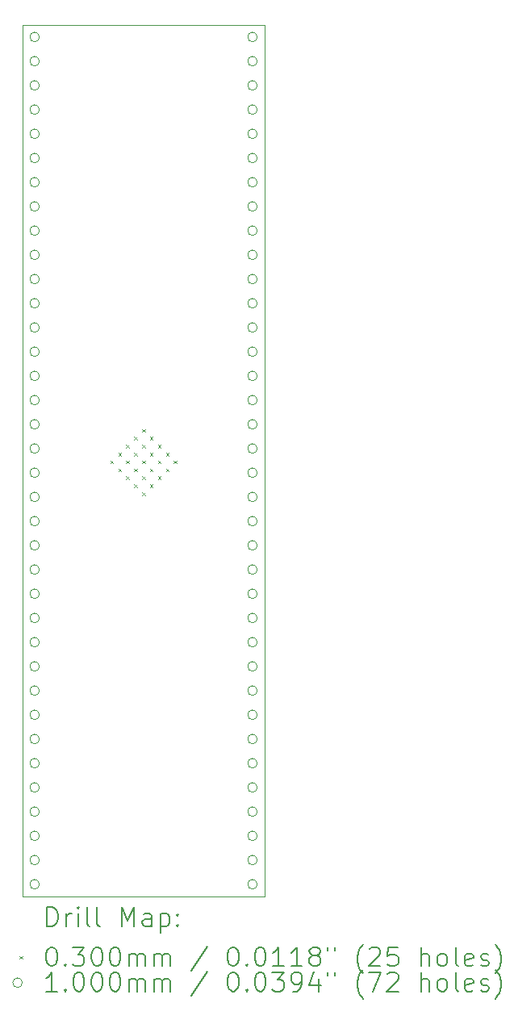
<source format=gbr>
%TF.GenerationSoftware,KiCad,Pcbnew,9.0.6*%
%TF.CreationDate,2025-12-31T13:08:03-06:00*%
%TF.ProjectId,QFN-68_8x8,51464e2d-3638-45f3-9878-382e6b696361,rev?*%
%TF.SameCoordinates,Original*%
%TF.FileFunction,Drillmap*%
%TF.FilePolarity,Positive*%
%FSLAX45Y45*%
G04 Gerber Fmt 4.5, Leading zero omitted, Abs format (unit mm)*
G04 Created by KiCad (PCBNEW 9.0.6) date 2025-12-31 13:08:03*
%MOMM*%
%LPD*%
G01*
G04 APERTURE LIST*
%ADD10C,0.050000*%
%ADD11C,0.200000*%
%ADD12C,0.100000*%
G04 APERTURE END LIST*
D10*
X12573000Y-7493000D02*
X15113000Y-7493000D01*
X15113000Y-16637000D01*
X12573000Y-16637000D01*
X12573000Y-7493000D01*
D11*
D12*
X13495660Y-12065468D02*
X13525660Y-12095468D01*
X13525660Y-12065468D02*
X13495660Y-12095468D01*
X13578745Y-11982383D02*
X13608745Y-12012383D01*
X13608745Y-11982383D02*
X13578745Y-12012383D01*
X13578745Y-12148553D02*
X13608745Y-12178553D01*
X13608745Y-12148553D02*
X13578745Y-12178553D01*
X13661830Y-11899298D02*
X13691830Y-11929298D01*
X13691830Y-11899298D02*
X13661830Y-11929298D01*
X13661830Y-12065468D02*
X13691830Y-12095468D01*
X13691830Y-12065468D02*
X13661830Y-12095468D01*
X13661830Y-12231638D02*
X13691830Y-12261638D01*
X13691830Y-12231638D02*
X13661830Y-12261638D01*
X13744915Y-11816213D02*
X13774915Y-11846213D01*
X13774915Y-11816213D02*
X13744915Y-11846213D01*
X13744915Y-11982383D02*
X13774915Y-12012383D01*
X13774915Y-11982383D02*
X13744915Y-12012383D01*
X13744915Y-12148553D02*
X13774915Y-12178553D01*
X13774915Y-12148553D02*
X13744915Y-12178553D01*
X13744915Y-12314723D02*
X13774915Y-12344723D01*
X13774915Y-12314723D02*
X13744915Y-12344723D01*
X13828000Y-11733128D02*
X13858000Y-11763128D01*
X13858000Y-11733128D02*
X13828000Y-11763128D01*
X13828000Y-11899298D02*
X13858000Y-11929298D01*
X13858000Y-11899298D02*
X13828000Y-11929298D01*
X13828000Y-12065468D02*
X13858000Y-12095468D01*
X13858000Y-12065468D02*
X13828000Y-12095468D01*
X13828000Y-12231638D02*
X13858000Y-12261638D01*
X13858000Y-12231638D02*
X13828000Y-12261638D01*
X13828000Y-12397808D02*
X13858000Y-12427808D01*
X13858000Y-12397808D02*
X13828000Y-12427808D01*
X13911085Y-11816213D02*
X13941085Y-11846213D01*
X13941085Y-11816213D02*
X13911085Y-11846213D01*
X13911085Y-11982383D02*
X13941085Y-12012383D01*
X13941085Y-11982383D02*
X13911085Y-12012383D01*
X13911085Y-12148553D02*
X13941085Y-12178553D01*
X13941085Y-12148553D02*
X13911085Y-12178553D01*
X13911085Y-12314723D02*
X13941085Y-12344723D01*
X13941085Y-12314723D02*
X13911085Y-12344723D01*
X13994170Y-11899298D02*
X14024170Y-11929298D01*
X14024170Y-11899298D02*
X13994170Y-11929298D01*
X13994170Y-12065468D02*
X14024170Y-12095468D01*
X14024170Y-12065468D02*
X13994170Y-12095468D01*
X13994170Y-12231638D02*
X14024170Y-12261638D01*
X14024170Y-12231638D02*
X13994170Y-12261638D01*
X14077255Y-11982383D02*
X14107255Y-12012383D01*
X14107255Y-11982383D02*
X14077255Y-12012383D01*
X14077255Y-12148553D02*
X14107255Y-12178553D01*
X14107255Y-12148553D02*
X14077255Y-12178553D01*
X14160340Y-12065468D02*
X14190340Y-12095468D01*
X14190340Y-12065468D02*
X14160340Y-12095468D01*
X12750000Y-7620000D02*
G75*
G02*
X12650000Y-7620000I-50000J0D01*
G01*
X12650000Y-7620000D02*
G75*
G02*
X12750000Y-7620000I50000J0D01*
G01*
X12750000Y-7874000D02*
G75*
G02*
X12650000Y-7874000I-50000J0D01*
G01*
X12650000Y-7874000D02*
G75*
G02*
X12750000Y-7874000I50000J0D01*
G01*
X12750000Y-8128000D02*
G75*
G02*
X12650000Y-8128000I-50000J0D01*
G01*
X12650000Y-8128000D02*
G75*
G02*
X12750000Y-8128000I50000J0D01*
G01*
X12750000Y-8382000D02*
G75*
G02*
X12650000Y-8382000I-50000J0D01*
G01*
X12650000Y-8382000D02*
G75*
G02*
X12750000Y-8382000I50000J0D01*
G01*
X12750000Y-8636000D02*
G75*
G02*
X12650000Y-8636000I-50000J0D01*
G01*
X12650000Y-8636000D02*
G75*
G02*
X12750000Y-8636000I50000J0D01*
G01*
X12750000Y-8890000D02*
G75*
G02*
X12650000Y-8890000I-50000J0D01*
G01*
X12650000Y-8890000D02*
G75*
G02*
X12750000Y-8890000I50000J0D01*
G01*
X12750000Y-9144000D02*
G75*
G02*
X12650000Y-9144000I-50000J0D01*
G01*
X12650000Y-9144000D02*
G75*
G02*
X12750000Y-9144000I50000J0D01*
G01*
X12750000Y-9398000D02*
G75*
G02*
X12650000Y-9398000I-50000J0D01*
G01*
X12650000Y-9398000D02*
G75*
G02*
X12750000Y-9398000I50000J0D01*
G01*
X12750000Y-9652000D02*
G75*
G02*
X12650000Y-9652000I-50000J0D01*
G01*
X12650000Y-9652000D02*
G75*
G02*
X12750000Y-9652000I50000J0D01*
G01*
X12750000Y-9906000D02*
G75*
G02*
X12650000Y-9906000I-50000J0D01*
G01*
X12650000Y-9906000D02*
G75*
G02*
X12750000Y-9906000I50000J0D01*
G01*
X12750000Y-10160000D02*
G75*
G02*
X12650000Y-10160000I-50000J0D01*
G01*
X12650000Y-10160000D02*
G75*
G02*
X12750000Y-10160000I50000J0D01*
G01*
X12750000Y-10414000D02*
G75*
G02*
X12650000Y-10414000I-50000J0D01*
G01*
X12650000Y-10414000D02*
G75*
G02*
X12750000Y-10414000I50000J0D01*
G01*
X12750000Y-10668000D02*
G75*
G02*
X12650000Y-10668000I-50000J0D01*
G01*
X12650000Y-10668000D02*
G75*
G02*
X12750000Y-10668000I50000J0D01*
G01*
X12750000Y-10922000D02*
G75*
G02*
X12650000Y-10922000I-50000J0D01*
G01*
X12650000Y-10922000D02*
G75*
G02*
X12750000Y-10922000I50000J0D01*
G01*
X12750000Y-11176000D02*
G75*
G02*
X12650000Y-11176000I-50000J0D01*
G01*
X12650000Y-11176000D02*
G75*
G02*
X12750000Y-11176000I50000J0D01*
G01*
X12750000Y-11430000D02*
G75*
G02*
X12650000Y-11430000I-50000J0D01*
G01*
X12650000Y-11430000D02*
G75*
G02*
X12750000Y-11430000I50000J0D01*
G01*
X12750000Y-11684000D02*
G75*
G02*
X12650000Y-11684000I-50000J0D01*
G01*
X12650000Y-11684000D02*
G75*
G02*
X12750000Y-11684000I50000J0D01*
G01*
X12750000Y-11938000D02*
G75*
G02*
X12650000Y-11938000I-50000J0D01*
G01*
X12650000Y-11938000D02*
G75*
G02*
X12750000Y-11938000I50000J0D01*
G01*
X12750000Y-12192000D02*
G75*
G02*
X12650000Y-12192000I-50000J0D01*
G01*
X12650000Y-12192000D02*
G75*
G02*
X12750000Y-12192000I50000J0D01*
G01*
X12750000Y-12446000D02*
G75*
G02*
X12650000Y-12446000I-50000J0D01*
G01*
X12650000Y-12446000D02*
G75*
G02*
X12750000Y-12446000I50000J0D01*
G01*
X12750000Y-12700000D02*
G75*
G02*
X12650000Y-12700000I-50000J0D01*
G01*
X12650000Y-12700000D02*
G75*
G02*
X12750000Y-12700000I50000J0D01*
G01*
X12750000Y-12954000D02*
G75*
G02*
X12650000Y-12954000I-50000J0D01*
G01*
X12650000Y-12954000D02*
G75*
G02*
X12750000Y-12954000I50000J0D01*
G01*
X12750000Y-13208000D02*
G75*
G02*
X12650000Y-13208000I-50000J0D01*
G01*
X12650000Y-13208000D02*
G75*
G02*
X12750000Y-13208000I50000J0D01*
G01*
X12750000Y-13462000D02*
G75*
G02*
X12650000Y-13462000I-50000J0D01*
G01*
X12650000Y-13462000D02*
G75*
G02*
X12750000Y-13462000I50000J0D01*
G01*
X12750000Y-13716000D02*
G75*
G02*
X12650000Y-13716000I-50000J0D01*
G01*
X12650000Y-13716000D02*
G75*
G02*
X12750000Y-13716000I50000J0D01*
G01*
X12750000Y-13970000D02*
G75*
G02*
X12650000Y-13970000I-50000J0D01*
G01*
X12650000Y-13970000D02*
G75*
G02*
X12750000Y-13970000I50000J0D01*
G01*
X12750000Y-14224000D02*
G75*
G02*
X12650000Y-14224000I-50000J0D01*
G01*
X12650000Y-14224000D02*
G75*
G02*
X12750000Y-14224000I50000J0D01*
G01*
X12750000Y-14478000D02*
G75*
G02*
X12650000Y-14478000I-50000J0D01*
G01*
X12650000Y-14478000D02*
G75*
G02*
X12750000Y-14478000I50000J0D01*
G01*
X12750000Y-14732000D02*
G75*
G02*
X12650000Y-14732000I-50000J0D01*
G01*
X12650000Y-14732000D02*
G75*
G02*
X12750000Y-14732000I50000J0D01*
G01*
X12750000Y-14986000D02*
G75*
G02*
X12650000Y-14986000I-50000J0D01*
G01*
X12650000Y-14986000D02*
G75*
G02*
X12750000Y-14986000I50000J0D01*
G01*
X12750000Y-15240000D02*
G75*
G02*
X12650000Y-15240000I-50000J0D01*
G01*
X12650000Y-15240000D02*
G75*
G02*
X12750000Y-15240000I50000J0D01*
G01*
X12750000Y-15494000D02*
G75*
G02*
X12650000Y-15494000I-50000J0D01*
G01*
X12650000Y-15494000D02*
G75*
G02*
X12750000Y-15494000I50000J0D01*
G01*
X12750000Y-15748000D02*
G75*
G02*
X12650000Y-15748000I-50000J0D01*
G01*
X12650000Y-15748000D02*
G75*
G02*
X12750000Y-15748000I50000J0D01*
G01*
X12750000Y-16002000D02*
G75*
G02*
X12650000Y-16002000I-50000J0D01*
G01*
X12650000Y-16002000D02*
G75*
G02*
X12750000Y-16002000I50000J0D01*
G01*
X12750000Y-16256000D02*
G75*
G02*
X12650000Y-16256000I-50000J0D01*
G01*
X12650000Y-16256000D02*
G75*
G02*
X12750000Y-16256000I50000J0D01*
G01*
X12750000Y-16510000D02*
G75*
G02*
X12650000Y-16510000I-50000J0D01*
G01*
X12650000Y-16510000D02*
G75*
G02*
X12750000Y-16510000I50000J0D01*
G01*
X15036000Y-7620000D02*
G75*
G02*
X14936000Y-7620000I-50000J0D01*
G01*
X14936000Y-7620000D02*
G75*
G02*
X15036000Y-7620000I50000J0D01*
G01*
X15036000Y-7874000D02*
G75*
G02*
X14936000Y-7874000I-50000J0D01*
G01*
X14936000Y-7874000D02*
G75*
G02*
X15036000Y-7874000I50000J0D01*
G01*
X15036000Y-8128000D02*
G75*
G02*
X14936000Y-8128000I-50000J0D01*
G01*
X14936000Y-8128000D02*
G75*
G02*
X15036000Y-8128000I50000J0D01*
G01*
X15036000Y-8382000D02*
G75*
G02*
X14936000Y-8382000I-50000J0D01*
G01*
X14936000Y-8382000D02*
G75*
G02*
X15036000Y-8382000I50000J0D01*
G01*
X15036000Y-8636000D02*
G75*
G02*
X14936000Y-8636000I-50000J0D01*
G01*
X14936000Y-8636000D02*
G75*
G02*
X15036000Y-8636000I50000J0D01*
G01*
X15036000Y-8890000D02*
G75*
G02*
X14936000Y-8890000I-50000J0D01*
G01*
X14936000Y-8890000D02*
G75*
G02*
X15036000Y-8890000I50000J0D01*
G01*
X15036000Y-9144000D02*
G75*
G02*
X14936000Y-9144000I-50000J0D01*
G01*
X14936000Y-9144000D02*
G75*
G02*
X15036000Y-9144000I50000J0D01*
G01*
X15036000Y-9398000D02*
G75*
G02*
X14936000Y-9398000I-50000J0D01*
G01*
X14936000Y-9398000D02*
G75*
G02*
X15036000Y-9398000I50000J0D01*
G01*
X15036000Y-9652000D02*
G75*
G02*
X14936000Y-9652000I-50000J0D01*
G01*
X14936000Y-9652000D02*
G75*
G02*
X15036000Y-9652000I50000J0D01*
G01*
X15036000Y-9906000D02*
G75*
G02*
X14936000Y-9906000I-50000J0D01*
G01*
X14936000Y-9906000D02*
G75*
G02*
X15036000Y-9906000I50000J0D01*
G01*
X15036000Y-10160000D02*
G75*
G02*
X14936000Y-10160000I-50000J0D01*
G01*
X14936000Y-10160000D02*
G75*
G02*
X15036000Y-10160000I50000J0D01*
G01*
X15036000Y-10414000D02*
G75*
G02*
X14936000Y-10414000I-50000J0D01*
G01*
X14936000Y-10414000D02*
G75*
G02*
X15036000Y-10414000I50000J0D01*
G01*
X15036000Y-10668000D02*
G75*
G02*
X14936000Y-10668000I-50000J0D01*
G01*
X14936000Y-10668000D02*
G75*
G02*
X15036000Y-10668000I50000J0D01*
G01*
X15036000Y-10922000D02*
G75*
G02*
X14936000Y-10922000I-50000J0D01*
G01*
X14936000Y-10922000D02*
G75*
G02*
X15036000Y-10922000I50000J0D01*
G01*
X15036000Y-11176000D02*
G75*
G02*
X14936000Y-11176000I-50000J0D01*
G01*
X14936000Y-11176000D02*
G75*
G02*
X15036000Y-11176000I50000J0D01*
G01*
X15036000Y-11430000D02*
G75*
G02*
X14936000Y-11430000I-50000J0D01*
G01*
X14936000Y-11430000D02*
G75*
G02*
X15036000Y-11430000I50000J0D01*
G01*
X15036000Y-11684000D02*
G75*
G02*
X14936000Y-11684000I-50000J0D01*
G01*
X14936000Y-11684000D02*
G75*
G02*
X15036000Y-11684000I50000J0D01*
G01*
X15036000Y-11938000D02*
G75*
G02*
X14936000Y-11938000I-50000J0D01*
G01*
X14936000Y-11938000D02*
G75*
G02*
X15036000Y-11938000I50000J0D01*
G01*
X15036000Y-12192000D02*
G75*
G02*
X14936000Y-12192000I-50000J0D01*
G01*
X14936000Y-12192000D02*
G75*
G02*
X15036000Y-12192000I50000J0D01*
G01*
X15036000Y-12446000D02*
G75*
G02*
X14936000Y-12446000I-50000J0D01*
G01*
X14936000Y-12446000D02*
G75*
G02*
X15036000Y-12446000I50000J0D01*
G01*
X15036000Y-12700000D02*
G75*
G02*
X14936000Y-12700000I-50000J0D01*
G01*
X14936000Y-12700000D02*
G75*
G02*
X15036000Y-12700000I50000J0D01*
G01*
X15036000Y-12954000D02*
G75*
G02*
X14936000Y-12954000I-50000J0D01*
G01*
X14936000Y-12954000D02*
G75*
G02*
X15036000Y-12954000I50000J0D01*
G01*
X15036000Y-13208000D02*
G75*
G02*
X14936000Y-13208000I-50000J0D01*
G01*
X14936000Y-13208000D02*
G75*
G02*
X15036000Y-13208000I50000J0D01*
G01*
X15036000Y-13462000D02*
G75*
G02*
X14936000Y-13462000I-50000J0D01*
G01*
X14936000Y-13462000D02*
G75*
G02*
X15036000Y-13462000I50000J0D01*
G01*
X15036000Y-13716000D02*
G75*
G02*
X14936000Y-13716000I-50000J0D01*
G01*
X14936000Y-13716000D02*
G75*
G02*
X15036000Y-13716000I50000J0D01*
G01*
X15036000Y-13970000D02*
G75*
G02*
X14936000Y-13970000I-50000J0D01*
G01*
X14936000Y-13970000D02*
G75*
G02*
X15036000Y-13970000I50000J0D01*
G01*
X15036000Y-14224000D02*
G75*
G02*
X14936000Y-14224000I-50000J0D01*
G01*
X14936000Y-14224000D02*
G75*
G02*
X15036000Y-14224000I50000J0D01*
G01*
X15036000Y-14478000D02*
G75*
G02*
X14936000Y-14478000I-50000J0D01*
G01*
X14936000Y-14478000D02*
G75*
G02*
X15036000Y-14478000I50000J0D01*
G01*
X15036000Y-14732000D02*
G75*
G02*
X14936000Y-14732000I-50000J0D01*
G01*
X14936000Y-14732000D02*
G75*
G02*
X15036000Y-14732000I50000J0D01*
G01*
X15036000Y-14986000D02*
G75*
G02*
X14936000Y-14986000I-50000J0D01*
G01*
X14936000Y-14986000D02*
G75*
G02*
X15036000Y-14986000I50000J0D01*
G01*
X15036000Y-15240000D02*
G75*
G02*
X14936000Y-15240000I-50000J0D01*
G01*
X14936000Y-15240000D02*
G75*
G02*
X15036000Y-15240000I50000J0D01*
G01*
X15036000Y-15494000D02*
G75*
G02*
X14936000Y-15494000I-50000J0D01*
G01*
X14936000Y-15494000D02*
G75*
G02*
X15036000Y-15494000I50000J0D01*
G01*
X15036000Y-15748000D02*
G75*
G02*
X14936000Y-15748000I-50000J0D01*
G01*
X14936000Y-15748000D02*
G75*
G02*
X15036000Y-15748000I50000J0D01*
G01*
X15036000Y-16002000D02*
G75*
G02*
X14936000Y-16002000I-50000J0D01*
G01*
X14936000Y-16002000D02*
G75*
G02*
X15036000Y-16002000I50000J0D01*
G01*
X15036000Y-16256000D02*
G75*
G02*
X14936000Y-16256000I-50000J0D01*
G01*
X14936000Y-16256000D02*
G75*
G02*
X15036000Y-16256000I50000J0D01*
G01*
X15036000Y-16510000D02*
G75*
G02*
X14936000Y-16510000I-50000J0D01*
G01*
X14936000Y-16510000D02*
G75*
G02*
X15036000Y-16510000I50000J0D01*
G01*
D11*
X12831277Y-16950984D02*
X12831277Y-16750984D01*
X12831277Y-16750984D02*
X12878896Y-16750984D01*
X12878896Y-16750984D02*
X12907467Y-16760508D01*
X12907467Y-16760508D02*
X12926515Y-16779555D01*
X12926515Y-16779555D02*
X12936039Y-16798603D01*
X12936039Y-16798603D02*
X12945562Y-16836698D01*
X12945562Y-16836698D02*
X12945562Y-16865270D01*
X12945562Y-16865270D02*
X12936039Y-16903365D01*
X12936039Y-16903365D02*
X12926515Y-16922412D01*
X12926515Y-16922412D02*
X12907467Y-16941460D01*
X12907467Y-16941460D02*
X12878896Y-16950984D01*
X12878896Y-16950984D02*
X12831277Y-16950984D01*
X13031277Y-16950984D02*
X13031277Y-16817650D01*
X13031277Y-16855746D02*
X13040801Y-16836698D01*
X13040801Y-16836698D02*
X13050324Y-16827174D01*
X13050324Y-16827174D02*
X13069372Y-16817650D01*
X13069372Y-16817650D02*
X13088420Y-16817650D01*
X13155086Y-16950984D02*
X13155086Y-16817650D01*
X13155086Y-16750984D02*
X13145562Y-16760508D01*
X13145562Y-16760508D02*
X13155086Y-16770031D01*
X13155086Y-16770031D02*
X13164610Y-16760508D01*
X13164610Y-16760508D02*
X13155086Y-16750984D01*
X13155086Y-16750984D02*
X13155086Y-16770031D01*
X13278896Y-16950984D02*
X13259848Y-16941460D01*
X13259848Y-16941460D02*
X13250324Y-16922412D01*
X13250324Y-16922412D02*
X13250324Y-16750984D01*
X13383658Y-16950984D02*
X13364610Y-16941460D01*
X13364610Y-16941460D02*
X13355086Y-16922412D01*
X13355086Y-16922412D02*
X13355086Y-16750984D01*
X13612229Y-16950984D02*
X13612229Y-16750984D01*
X13612229Y-16750984D02*
X13678896Y-16893841D01*
X13678896Y-16893841D02*
X13745562Y-16750984D01*
X13745562Y-16750984D02*
X13745562Y-16950984D01*
X13926515Y-16950984D02*
X13926515Y-16846222D01*
X13926515Y-16846222D02*
X13916991Y-16827174D01*
X13916991Y-16827174D02*
X13897943Y-16817650D01*
X13897943Y-16817650D02*
X13859848Y-16817650D01*
X13859848Y-16817650D02*
X13840801Y-16827174D01*
X13926515Y-16941460D02*
X13907467Y-16950984D01*
X13907467Y-16950984D02*
X13859848Y-16950984D01*
X13859848Y-16950984D02*
X13840801Y-16941460D01*
X13840801Y-16941460D02*
X13831277Y-16922412D01*
X13831277Y-16922412D02*
X13831277Y-16903365D01*
X13831277Y-16903365D02*
X13840801Y-16884317D01*
X13840801Y-16884317D02*
X13859848Y-16874793D01*
X13859848Y-16874793D02*
X13907467Y-16874793D01*
X13907467Y-16874793D02*
X13926515Y-16865270D01*
X14021753Y-16817650D02*
X14021753Y-17017650D01*
X14021753Y-16827174D02*
X14040801Y-16817650D01*
X14040801Y-16817650D02*
X14078896Y-16817650D01*
X14078896Y-16817650D02*
X14097943Y-16827174D01*
X14097943Y-16827174D02*
X14107467Y-16836698D01*
X14107467Y-16836698D02*
X14116991Y-16855746D01*
X14116991Y-16855746D02*
X14116991Y-16912889D01*
X14116991Y-16912889D02*
X14107467Y-16931936D01*
X14107467Y-16931936D02*
X14097943Y-16941460D01*
X14097943Y-16941460D02*
X14078896Y-16950984D01*
X14078896Y-16950984D02*
X14040801Y-16950984D01*
X14040801Y-16950984D02*
X14021753Y-16941460D01*
X14202705Y-16931936D02*
X14212229Y-16941460D01*
X14212229Y-16941460D02*
X14202705Y-16950984D01*
X14202705Y-16950984D02*
X14193182Y-16941460D01*
X14193182Y-16941460D02*
X14202705Y-16931936D01*
X14202705Y-16931936D02*
X14202705Y-16950984D01*
X14202705Y-16827174D02*
X14212229Y-16836698D01*
X14212229Y-16836698D02*
X14202705Y-16846222D01*
X14202705Y-16846222D02*
X14193182Y-16836698D01*
X14193182Y-16836698D02*
X14202705Y-16827174D01*
X14202705Y-16827174D02*
X14202705Y-16846222D01*
D12*
X12540500Y-17264500D02*
X12570500Y-17294500D01*
X12570500Y-17264500D02*
X12540500Y-17294500D01*
D11*
X12869372Y-17170984D02*
X12888420Y-17170984D01*
X12888420Y-17170984D02*
X12907467Y-17180508D01*
X12907467Y-17180508D02*
X12916991Y-17190031D01*
X12916991Y-17190031D02*
X12926515Y-17209079D01*
X12926515Y-17209079D02*
X12936039Y-17247174D01*
X12936039Y-17247174D02*
X12936039Y-17294793D01*
X12936039Y-17294793D02*
X12926515Y-17332889D01*
X12926515Y-17332889D02*
X12916991Y-17351936D01*
X12916991Y-17351936D02*
X12907467Y-17361460D01*
X12907467Y-17361460D02*
X12888420Y-17370984D01*
X12888420Y-17370984D02*
X12869372Y-17370984D01*
X12869372Y-17370984D02*
X12850324Y-17361460D01*
X12850324Y-17361460D02*
X12840801Y-17351936D01*
X12840801Y-17351936D02*
X12831277Y-17332889D01*
X12831277Y-17332889D02*
X12821753Y-17294793D01*
X12821753Y-17294793D02*
X12821753Y-17247174D01*
X12821753Y-17247174D02*
X12831277Y-17209079D01*
X12831277Y-17209079D02*
X12840801Y-17190031D01*
X12840801Y-17190031D02*
X12850324Y-17180508D01*
X12850324Y-17180508D02*
X12869372Y-17170984D01*
X13021753Y-17351936D02*
X13031277Y-17361460D01*
X13031277Y-17361460D02*
X13021753Y-17370984D01*
X13021753Y-17370984D02*
X13012229Y-17361460D01*
X13012229Y-17361460D02*
X13021753Y-17351936D01*
X13021753Y-17351936D02*
X13021753Y-17370984D01*
X13097943Y-17170984D02*
X13221753Y-17170984D01*
X13221753Y-17170984D02*
X13155086Y-17247174D01*
X13155086Y-17247174D02*
X13183658Y-17247174D01*
X13183658Y-17247174D02*
X13202705Y-17256698D01*
X13202705Y-17256698D02*
X13212229Y-17266222D01*
X13212229Y-17266222D02*
X13221753Y-17285270D01*
X13221753Y-17285270D02*
X13221753Y-17332889D01*
X13221753Y-17332889D02*
X13212229Y-17351936D01*
X13212229Y-17351936D02*
X13202705Y-17361460D01*
X13202705Y-17361460D02*
X13183658Y-17370984D01*
X13183658Y-17370984D02*
X13126515Y-17370984D01*
X13126515Y-17370984D02*
X13107467Y-17361460D01*
X13107467Y-17361460D02*
X13097943Y-17351936D01*
X13345562Y-17170984D02*
X13364610Y-17170984D01*
X13364610Y-17170984D02*
X13383658Y-17180508D01*
X13383658Y-17180508D02*
X13393182Y-17190031D01*
X13393182Y-17190031D02*
X13402705Y-17209079D01*
X13402705Y-17209079D02*
X13412229Y-17247174D01*
X13412229Y-17247174D02*
X13412229Y-17294793D01*
X13412229Y-17294793D02*
X13402705Y-17332889D01*
X13402705Y-17332889D02*
X13393182Y-17351936D01*
X13393182Y-17351936D02*
X13383658Y-17361460D01*
X13383658Y-17361460D02*
X13364610Y-17370984D01*
X13364610Y-17370984D02*
X13345562Y-17370984D01*
X13345562Y-17370984D02*
X13326515Y-17361460D01*
X13326515Y-17361460D02*
X13316991Y-17351936D01*
X13316991Y-17351936D02*
X13307467Y-17332889D01*
X13307467Y-17332889D02*
X13297943Y-17294793D01*
X13297943Y-17294793D02*
X13297943Y-17247174D01*
X13297943Y-17247174D02*
X13307467Y-17209079D01*
X13307467Y-17209079D02*
X13316991Y-17190031D01*
X13316991Y-17190031D02*
X13326515Y-17180508D01*
X13326515Y-17180508D02*
X13345562Y-17170984D01*
X13536039Y-17170984D02*
X13555086Y-17170984D01*
X13555086Y-17170984D02*
X13574134Y-17180508D01*
X13574134Y-17180508D02*
X13583658Y-17190031D01*
X13583658Y-17190031D02*
X13593182Y-17209079D01*
X13593182Y-17209079D02*
X13602705Y-17247174D01*
X13602705Y-17247174D02*
X13602705Y-17294793D01*
X13602705Y-17294793D02*
X13593182Y-17332889D01*
X13593182Y-17332889D02*
X13583658Y-17351936D01*
X13583658Y-17351936D02*
X13574134Y-17361460D01*
X13574134Y-17361460D02*
X13555086Y-17370984D01*
X13555086Y-17370984D02*
X13536039Y-17370984D01*
X13536039Y-17370984D02*
X13516991Y-17361460D01*
X13516991Y-17361460D02*
X13507467Y-17351936D01*
X13507467Y-17351936D02*
X13497943Y-17332889D01*
X13497943Y-17332889D02*
X13488420Y-17294793D01*
X13488420Y-17294793D02*
X13488420Y-17247174D01*
X13488420Y-17247174D02*
X13497943Y-17209079D01*
X13497943Y-17209079D02*
X13507467Y-17190031D01*
X13507467Y-17190031D02*
X13516991Y-17180508D01*
X13516991Y-17180508D02*
X13536039Y-17170984D01*
X13688420Y-17370984D02*
X13688420Y-17237650D01*
X13688420Y-17256698D02*
X13697943Y-17247174D01*
X13697943Y-17247174D02*
X13716991Y-17237650D01*
X13716991Y-17237650D02*
X13745563Y-17237650D01*
X13745563Y-17237650D02*
X13764610Y-17247174D01*
X13764610Y-17247174D02*
X13774134Y-17266222D01*
X13774134Y-17266222D02*
X13774134Y-17370984D01*
X13774134Y-17266222D02*
X13783658Y-17247174D01*
X13783658Y-17247174D02*
X13802705Y-17237650D01*
X13802705Y-17237650D02*
X13831277Y-17237650D01*
X13831277Y-17237650D02*
X13850324Y-17247174D01*
X13850324Y-17247174D02*
X13859848Y-17266222D01*
X13859848Y-17266222D02*
X13859848Y-17370984D01*
X13955086Y-17370984D02*
X13955086Y-17237650D01*
X13955086Y-17256698D02*
X13964610Y-17247174D01*
X13964610Y-17247174D02*
X13983658Y-17237650D01*
X13983658Y-17237650D02*
X14012229Y-17237650D01*
X14012229Y-17237650D02*
X14031277Y-17247174D01*
X14031277Y-17247174D02*
X14040801Y-17266222D01*
X14040801Y-17266222D02*
X14040801Y-17370984D01*
X14040801Y-17266222D02*
X14050324Y-17247174D01*
X14050324Y-17247174D02*
X14069372Y-17237650D01*
X14069372Y-17237650D02*
X14097943Y-17237650D01*
X14097943Y-17237650D02*
X14116991Y-17247174D01*
X14116991Y-17247174D02*
X14126515Y-17266222D01*
X14126515Y-17266222D02*
X14126515Y-17370984D01*
X14516991Y-17161460D02*
X14345563Y-17418603D01*
X14774134Y-17170984D02*
X14793182Y-17170984D01*
X14793182Y-17170984D02*
X14812229Y-17180508D01*
X14812229Y-17180508D02*
X14821753Y-17190031D01*
X14821753Y-17190031D02*
X14831277Y-17209079D01*
X14831277Y-17209079D02*
X14840801Y-17247174D01*
X14840801Y-17247174D02*
X14840801Y-17294793D01*
X14840801Y-17294793D02*
X14831277Y-17332889D01*
X14831277Y-17332889D02*
X14821753Y-17351936D01*
X14821753Y-17351936D02*
X14812229Y-17361460D01*
X14812229Y-17361460D02*
X14793182Y-17370984D01*
X14793182Y-17370984D02*
X14774134Y-17370984D01*
X14774134Y-17370984D02*
X14755086Y-17361460D01*
X14755086Y-17361460D02*
X14745563Y-17351936D01*
X14745563Y-17351936D02*
X14736039Y-17332889D01*
X14736039Y-17332889D02*
X14726515Y-17294793D01*
X14726515Y-17294793D02*
X14726515Y-17247174D01*
X14726515Y-17247174D02*
X14736039Y-17209079D01*
X14736039Y-17209079D02*
X14745563Y-17190031D01*
X14745563Y-17190031D02*
X14755086Y-17180508D01*
X14755086Y-17180508D02*
X14774134Y-17170984D01*
X14926515Y-17351936D02*
X14936039Y-17361460D01*
X14936039Y-17361460D02*
X14926515Y-17370984D01*
X14926515Y-17370984D02*
X14916991Y-17361460D01*
X14916991Y-17361460D02*
X14926515Y-17351936D01*
X14926515Y-17351936D02*
X14926515Y-17370984D01*
X15059848Y-17170984D02*
X15078896Y-17170984D01*
X15078896Y-17170984D02*
X15097944Y-17180508D01*
X15097944Y-17180508D02*
X15107467Y-17190031D01*
X15107467Y-17190031D02*
X15116991Y-17209079D01*
X15116991Y-17209079D02*
X15126515Y-17247174D01*
X15126515Y-17247174D02*
X15126515Y-17294793D01*
X15126515Y-17294793D02*
X15116991Y-17332889D01*
X15116991Y-17332889D02*
X15107467Y-17351936D01*
X15107467Y-17351936D02*
X15097944Y-17361460D01*
X15097944Y-17361460D02*
X15078896Y-17370984D01*
X15078896Y-17370984D02*
X15059848Y-17370984D01*
X15059848Y-17370984D02*
X15040801Y-17361460D01*
X15040801Y-17361460D02*
X15031277Y-17351936D01*
X15031277Y-17351936D02*
X15021753Y-17332889D01*
X15021753Y-17332889D02*
X15012229Y-17294793D01*
X15012229Y-17294793D02*
X15012229Y-17247174D01*
X15012229Y-17247174D02*
X15021753Y-17209079D01*
X15021753Y-17209079D02*
X15031277Y-17190031D01*
X15031277Y-17190031D02*
X15040801Y-17180508D01*
X15040801Y-17180508D02*
X15059848Y-17170984D01*
X15316991Y-17370984D02*
X15202706Y-17370984D01*
X15259848Y-17370984D02*
X15259848Y-17170984D01*
X15259848Y-17170984D02*
X15240801Y-17199555D01*
X15240801Y-17199555D02*
X15221753Y-17218603D01*
X15221753Y-17218603D02*
X15202706Y-17228127D01*
X15507467Y-17370984D02*
X15393182Y-17370984D01*
X15450325Y-17370984D02*
X15450325Y-17170984D01*
X15450325Y-17170984D02*
X15431277Y-17199555D01*
X15431277Y-17199555D02*
X15412229Y-17218603D01*
X15412229Y-17218603D02*
X15393182Y-17228127D01*
X15621753Y-17256698D02*
X15602706Y-17247174D01*
X15602706Y-17247174D02*
X15593182Y-17237650D01*
X15593182Y-17237650D02*
X15583658Y-17218603D01*
X15583658Y-17218603D02*
X15583658Y-17209079D01*
X15583658Y-17209079D02*
X15593182Y-17190031D01*
X15593182Y-17190031D02*
X15602706Y-17180508D01*
X15602706Y-17180508D02*
X15621753Y-17170984D01*
X15621753Y-17170984D02*
X15659848Y-17170984D01*
X15659848Y-17170984D02*
X15678896Y-17180508D01*
X15678896Y-17180508D02*
X15688420Y-17190031D01*
X15688420Y-17190031D02*
X15697944Y-17209079D01*
X15697944Y-17209079D02*
X15697944Y-17218603D01*
X15697944Y-17218603D02*
X15688420Y-17237650D01*
X15688420Y-17237650D02*
X15678896Y-17247174D01*
X15678896Y-17247174D02*
X15659848Y-17256698D01*
X15659848Y-17256698D02*
X15621753Y-17256698D01*
X15621753Y-17256698D02*
X15602706Y-17266222D01*
X15602706Y-17266222D02*
X15593182Y-17275746D01*
X15593182Y-17275746D02*
X15583658Y-17294793D01*
X15583658Y-17294793D02*
X15583658Y-17332889D01*
X15583658Y-17332889D02*
X15593182Y-17351936D01*
X15593182Y-17351936D02*
X15602706Y-17361460D01*
X15602706Y-17361460D02*
X15621753Y-17370984D01*
X15621753Y-17370984D02*
X15659848Y-17370984D01*
X15659848Y-17370984D02*
X15678896Y-17361460D01*
X15678896Y-17361460D02*
X15688420Y-17351936D01*
X15688420Y-17351936D02*
X15697944Y-17332889D01*
X15697944Y-17332889D02*
X15697944Y-17294793D01*
X15697944Y-17294793D02*
X15688420Y-17275746D01*
X15688420Y-17275746D02*
X15678896Y-17266222D01*
X15678896Y-17266222D02*
X15659848Y-17256698D01*
X15774134Y-17170984D02*
X15774134Y-17209079D01*
X15850325Y-17170984D02*
X15850325Y-17209079D01*
X16145563Y-17447174D02*
X16136039Y-17437650D01*
X16136039Y-17437650D02*
X16116991Y-17409079D01*
X16116991Y-17409079D02*
X16107468Y-17390031D01*
X16107468Y-17390031D02*
X16097944Y-17361460D01*
X16097944Y-17361460D02*
X16088420Y-17313841D01*
X16088420Y-17313841D02*
X16088420Y-17275746D01*
X16088420Y-17275746D02*
X16097944Y-17228127D01*
X16097944Y-17228127D02*
X16107468Y-17199555D01*
X16107468Y-17199555D02*
X16116991Y-17180508D01*
X16116991Y-17180508D02*
X16136039Y-17151936D01*
X16136039Y-17151936D02*
X16145563Y-17142412D01*
X16212229Y-17190031D02*
X16221753Y-17180508D01*
X16221753Y-17180508D02*
X16240801Y-17170984D01*
X16240801Y-17170984D02*
X16288420Y-17170984D01*
X16288420Y-17170984D02*
X16307468Y-17180508D01*
X16307468Y-17180508D02*
X16316991Y-17190031D01*
X16316991Y-17190031D02*
X16326515Y-17209079D01*
X16326515Y-17209079D02*
X16326515Y-17228127D01*
X16326515Y-17228127D02*
X16316991Y-17256698D01*
X16316991Y-17256698D02*
X16202706Y-17370984D01*
X16202706Y-17370984D02*
X16326515Y-17370984D01*
X16507468Y-17170984D02*
X16412229Y-17170984D01*
X16412229Y-17170984D02*
X16402706Y-17266222D01*
X16402706Y-17266222D02*
X16412229Y-17256698D01*
X16412229Y-17256698D02*
X16431277Y-17247174D01*
X16431277Y-17247174D02*
X16478896Y-17247174D01*
X16478896Y-17247174D02*
X16497944Y-17256698D01*
X16497944Y-17256698D02*
X16507468Y-17266222D01*
X16507468Y-17266222D02*
X16516991Y-17285270D01*
X16516991Y-17285270D02*
X16516991Y-17332889D01*
X16516991Y-17332889D02*
X16507468Y-17351936D01*
X16507468Y-17351936D02*
X16497944Y-17361460D01*
X16497944Y-17361460D02*
X16478896Y-17370984D01*
X16478896Y-17370984D02*
X16431277Y-17370984D01*
X16431277Y-17370984D02*
X16412229Y-17361460D01*
X16412229Y-17361460D02*
X16402706Y-17351936D01*
X16755087Y-17370984D02*
X16755087Y-17170984D01*
X16840801Y-17370984D02*
X16840801Y-17266222D01*
X16840801Y-17266222D02*
X16831277Y-17247174D01*
X16831277Y-17247174D02*
X16812230Y-17237650D01*
X16812230Y-17237650D02*
X16783658Y-17237650D01*
X16783658Y-17237650D02*
X16764610Y-17247174D01*
X16764610Y-17247174D02*
X16755087Y-17256698D01*
X16964611Y-17370984D02*
X16945563Y-17361460D01*
X16945563Y-17361460D02*
X16936039Y-17351936D01*
X16936039Y-17351936D02*
X16926515Y-17332889D01*
X16926515Y-17332889D02*
X16926515Y-17275746D01*
X16926515Y-17275746D02*
X16936039Y-17256698D01*
X16936039Y-17256698D02*
X16945563Y-17247174D01*
X16945563Y-17247174D02*
X16964611Y-17237650D01*
X16964611Y-17237650D02*
X16993182Y-17237650D01*
X16993182Y-17237650D02*
X17012230Y-17247174D01*
X17012230Y-17247174D02*
X17021753Y-17256698D01*
X17021753Y-17256698D02*
X17031277Y-17275746D01*
X17031277Y-17275746D02*
X17031277Y-17332889D01*
X17031277Y-17332889D02*
X17021753Y-17351936D01*
X17021753Y-17351936D02*
X17012230Y-17361460D01*
X17012230Y-17361460D02*
X16993182Y-17370984D01*
X16993182Y-17370984D02*
X16964611Y-17370984D01*
X17145563Y-17370984D02*
X17126515Y-17361460D01*
X17126515Y-17361460D02*
X17116992Y-17342412D01*
X17116992Y-17342412D02*
X17116992Y-17170984D01*
X17297944Y-17361460D02*
X17278896Y-17370984D01*
X17278896Y-17370984D02*
X17240801Y-17370984D01*
X17240801Y-17370984D02*
X17221753Y-17361460D01*
X17221753Y-17361460D02*
X17212230Y-17342412D01*
X17212230Y-17342412D02*
X17212230Y-17266222D01*
X17212230Y-17266222D02*
X17221753Y-17247174D01*
X17221753Y-17247174D02*
X17240801Y-17237650D01*
X17240801Y-17237650D02*
X17278896Y-17237650D01*
X17278896Y-17237650D02*
X17297944Y-17247174D01*
X17297944Y-17247174D02*
X17307468Y-17266222D01*
X17307468Y-17266222D02*
X17307468Y-17285270D01*
X17307468Y-17285270D02*
X17212230Y-17304317D01*
X17383658Y-17361460D02*
X17402706Y-17370984D01*
X17402706Y-17370984D02*
X17440801Y-17370984D01*
X17440801Y-17370984D02*
X17459849Y-17361460D01*
X17459849Y-17361460D02*
X17469373Y-17342412D01*
X17469373Y-17342412D02*
X17469373Y-17332889D01*
X17469373Y-17332889D02*
X17459849Y-17313841D01*
X17459849Y-17313841D02*
X17440801Y-17304317D01*
X17440801Y-17304317D02*
X17412230Y-17304317D01*
X17412230Y-17304317D02*
X17393182Y-17294793D01*
X17393182Y-17294793D02*
X17383658Y-17275746D01*
X17383658Y-17275746D02*
X17383658Y-17266222D01*
X17383658Y-17266222D02*
X17393182Y-17247174D01*
X17393182Y-17247174D02*
X17412230Y-17237650D01*
X17412230Y-17237650D02*
X17440801Y-17237650D01*
X17440801Y-17237650D02*
X17459849Y-17247174D01*
X17536039Y-17447174D02*
X17545563Y-17437650D01*
X17545563Y-17437650D02*
X17564611Y-17409079D01*
X17564611Y-17409079D02*
X17574134Y-17390031D01*
X17574134Y-17390031D02*
X17583658Y-17361460D01*
X17583658Y-17361460D02*
X17593182Y-17313841D01*
X17593182Y-17313841D02*
X17593182Y-17275746D01*
X17593182Y-17275746D02*
X17583658Y-17228127D01*
X17583658Y-17228127D02*
X17574134Y-17199555D01*
X17574134Y-17199555D02*
X17564611Y-17180508D01*
X17564611Y-17180508D02*
X17545563Y-17151936D01*
X17545563Y-17151936D02*
X17536039Y-17142412D01*
D12*
X12570500Y-17543500D02*
G75*
G02*
X12470500Y-17543500I-50000J0D01*
G01*
X12470500Y-17543500D02*
G75*
G02*
X12570500Y-17543500I50000J0D01*
G01*
D11*
X12936039Y-17634984D02*
X12821753Y-17634984D01*
X12878896Y-17634984D02*
X12878896Y-17434984D01*
X12878896Y-17434984D02*
X12859848Y-17463555D01*
X12859848Y-17463555D02*
X12840801Y-17482603D01*
X12840801Y-17482603D02*
X12821753Y-17492127D01*
X13021753Y-17615936D02*
X13031277Y-17625460D01*
X13031277Y-17625460D02*
X13021753Y-17634984D01*
X13021753Y-17634984D02*
X13012229Y-17625460D01*
X13012229Y-17625460D02*
X13021753Y-17615936D01*
X13021753Y-17615936D02*
X13021753Y-17634984D01*
X13155086Y-17434984D02*
X13174134Y-17434984D01*
X13174134Y-17434984D02*
X13193182Y-17444508D01*
X13193182Y-17444508D02*
X13202705Y-17454031D01*
X13202705Y-17454031D02*
X13212229Y-17473079D01*
X13212229Y-17473079D02*
X13221753Y-17511174D01*
X13221753Y-17511174D02*
X13221753Y-17558793D01*
X13221753Y-17558793D02*
X13212229Y-17596889D01*
X13212229Y-17596889D02*
X13202705Y-17615936D01*
X13202705Y-17615936D02*
X13193182Y-17625460D01*
X13193182Y-17625460D02*
X13174134Y-17634984D01*
X13174134Y-17634984D02*
X13155086Y-17634984D01*
X13155086Y-17634984D02*
X13136039Y-17625460D01*
X13136039Y-17625460D02*
X13126515Y-17615936D01*
X13126515Y-17615936D02*
X13116991Y-17596889D01*
X13116991Y-17596889D02*
X13107467Y-17558793D01*
X13107467Y-17558793D02*
X13107467Y-17511174D01*
X13107467Y-17511174D02*
X13116991Y-17473079D01*
X13116991Y-17473079D02*
X13126515Y-17454031D01*
X13126515Y-17454031D02*
X13136039Y-17444508D01*
X13136039Y-17444508D02*
X13155086Y-17434984D01*
X13345562Y-17434984D02*
X13364610Y-17434984D01*
X13364610Y-17434984D02*
X13383658Y-17444508D01*
X13383658Y-17444508D02*
X13393182Y-17454031D01*
X13393182Y-17454031D02*
X13402705Y-17473079D01*
X13402705Y-17473079D02*
X13412229Y-17511174D01*
X13412229Y-17511174D02*
X13412229Y-17558793D01*
X13412229Y-17558793D02*
X13402705Y-17596889D01*
X13402705Y-17596889D02*
X13393182Y-17615936D01*
X13393182Y-17615936D02*
X13383658Y-17625460D01*
X13383658Y-17625460D02*
X13364610Y-17634984D01*
X13364610Y-17634984D02*
X13345562Y-17634984D01*
X13345562Y-17634984D02*
X13326515Y-17625460D01*
X13326515Y-17625460D02*
X13316991Y-17615936D01*
X13316991Y-17615936D02*
X13307467Y-17596889D01*
X13307467Y-17596889D02*
X13297943Y-17558793D01*
X13297943Y-17558793D02*
X13297943Y-17511174D01*
X13297943Y-17511174D02*
X13307467Y-17473079D01*
X13307467Y-17473079D02*
X13316991Y-17454031D01*
X13316991Y-17454031D02*
X13326515Y-17444508D01*
X13326515Y-17444508D02*
X13345562Y-17434984D01*
X13536039Y-17434984D02*
X13555086Y-17434984D01*
X13555086Y-17434984D02*
X13574134Y-17444508D01*
X13574134Y-17444508D02*
X13583658Y-17454031D01*
X13583658Y-17454031D02*
X13593182Y-17473079D01*
X13593182Y-17473079D02*
X13602705Y-17511174D01*
X13602705Y-17511174D02*
X13602705Y-17558793D01*
X13602705Y-17558793D02*
X13593182Y-17596889D01*
X13593182Y-17596889D02*
X13583658Y-17615936D01*
X13583658Y-17615936D02*
X13574134Y-17625460D01*
X13574134Y-17625460D02*
X13555086Y-17634984D01*
X13555086Y-17634984D02*
X13536039Y-17634984D01*
X13536039Y-17634984D02*
X13516991Y-17625460D01*
X13516991Y-17625460D02*
X13507467Y-17615936D01*
X13507467Y-17615936D02*
X13497943Y-17596889D01*
X13497943Y-17596889D02*
X13488420Y-17558793D01*
X13488420Y-17558793D02*
X13488420Y-17511174D01*
X13488420Y-17511174D02*
X13497943Y-17473079D01*
X13497943Y-17473079D02*
X13507467Y-17454031D01*
X13507467Y-17454031D02*
X13516991Y-17444508D01*
X13516991Y-17444508D02*
X13536039Y-17434984D01*
X13688420Y-17634984D02*
X13688420Y-17501650D01*
X13688420Y-17520698D02*
X13697943Y-17511174D01*
X13697943Y-17511174D02*
X13716991Y-17501650D01*
X13716991Y-17501650D02*
X13745563Y-17501650D01*
X13745563Y-17501650D02*
X13764610Y-17511174D01*
X13764610Y-17511174D02*
X13774134Y-17530222D01*
X13774134Y-17530222D02*
X13774134Y-17634984D01*
X13774134Y-17530222D02*
X13783658Y-17511174D01*
X13783658Y-17511174D02*
X13802705Y-17501650D01*
X13802705Y-17501650D02*
X13831277Y-17501650D01*
X13831277Y-17501650D02*
X13850324Y-17511174D01*
X13850324Y-17511174D02*
X13859848Y-17530222D01*
X13859848Y-17530222D02*
X13859848Y-17634984D01*
X13955086Y-17634984D02*
X13955086Y-17501650D01*
X13955086Y-17520698D02*
X13964610Y-17511174D01*
X13964610Y-17511174D02*
X13983658Y-17501650D01*
X13983658Y-17501650D02*
X14012229Y-17501650D01*
X14012229Y-17501650D02*
X14031277Y-17511174D01*
X14031277Y-17511174D02*
X14040801Y-17530222D01*
X14040801Y-17530222D02*
X14040801Y-17634984D01*
X14040801Y-17530222D02*
X14050324Y-17511174D01*
X14050324Y-17511174D02*
X14069372Y-17501650D01*
X14069372Y-17501650D02*
X14097943Y-17501650D01*
X14097943Y-17501650D02*
X14116991Y-17511174D01*
X14116991Y-17511174D02*
X14126515Y-17530222D01*
X14126515Y-17530222D02*
X14126515Y-17634984D01*
X14516991Y-17425460D02*
X14345563Y-17682603D01*
X14774134Y-17434984D02*
X14793182Y-17434984D01*
X14793182Y-17434984D02*
X14812229Y-17444508D01*
X14812229Y-17444508D02*
X14821753Y-17454031D01*
X14821753Y-17454031D02*
X14831277Y-17473079D01*
X14831277Y-17473079D02*
X14840801Y-17511174D01*
X14840801Y-17511174D02*
X14840801Y-17558793D01*
X14840801Y-17558793D02*
X14831277Y-17596889D01*
X14831277Y-17596889D02*
X14821753Y-17615936D01*
X14821753Y-17615936D02*
X14812229Y-17625460D01*
X14812229Y-17625460D02*
X14793182Y-17634984D01*
X14793182Y-17634984D02*
X14774134Y-17634984D01*
X14774134Y-17634984D02*
X14755086Y-17625460D01*
X14755086Y-17625460D02*
X14745563Y-17615936D01*
X14745563Y-17615936D02*
X14736039Y-17596889D01*
X14736039Y-17596889D02*
X14726515Y-17558793D01*
X14726515Y-17558793D02*
X14726515Y-17511174D01*
X14726515Y-17511174D02*
X14736039Y-17473079D01*
X14736039Y-17473079D02*
X14745563Y-17454031D01*
X14745563Y-17454031D02*
X14755086Y-17444508D01*
X14755086Y-17444508D02*
X14774134Y-17434984D01*
X14926515Y-17615936D02*
X14936039Y-17625460D01*
X14936039Y-17625460D02*
X14926515Y-17634984D01*
X14926515Y-17634984D02*
X14916991Y-17625460D01*
X14916991Y-17625460D02*
X14926515Y-17615936D01*
X14926515Y-17615936D02*
X14926515Y-17634984D01*
X15059848Y-17434984D02*
X15078896Y-17434984D01*
X15078896Y-17434984D02*
X15097944Y-17444508D01*
X15097944Y-17444508D02*
X15107467Y-17454031D01*
X15107467Y-17454031D02*
X15116991Y-17473079D01*
X15116991Y-17473079D02*
X15126515Y-17511174D01*
X15126515Y-17511174D02*
X15126515Y-17558793D01*
X15126515Y-17558793D02*
X15116991Y-17596889D01*
X15116991Y-17596889D02*
X15107467Y-17615936D01*
X15107467Y-17615936D02*
X15097944Y-17625460D01*
X15097944Y-17625460D02*
X15078896Y-17634984D01*
X15078896Y-17634984D02*
X15059848Y-17634984D01*
X15059848Y-17634984D02*
X15040801Y-17625460D01*
X15040801Y-17625460D02*
X15031277Y-17615936D01*
X15031277Y-17615936D02*
X15021753Y-17596889D01*
X15021753Y-17596889D02*
X15012229Y-17558793D01*
X15012229Y-17558793D02*
X15012229Y-17511174D01*
X15012229Y-17511174D02*
X15021753Y-17473079D01*
X15021753Y-17473079D02*
X15031277Y-17454031D01*
X15031277Y-17454031D02*
X15040801Y-17444508D01*
X15040801Y-17444508D02*
X15059848Y-17434984D01*
X15193182Y-17434984D02*
X15316991Y-17434984D01*
X15316991Y-17434984D02*
X15250325Y-17511174D01*
X15250325Y-17511174D02*
X15278896Y-17511174D01*
X15278896Y-17511174D02*
X15297944Y-17520698D01*
X15297944Y-17520698D02*
X15307467Y-17530222D01*
X15307467Y-17530222D02*
X15316991Y-17549270D01*
X15316991Y-17549270D02*
X15316991Y-17596889D01*
X15316991Y-17596889D02*
X15307467Y-17615936D01*
X15307467Y-17615936D02*
X15297944Y-17625460D01*
X15297944Y-17625460D02*
X15278896Y-17634984D01*
X15278896Y-17634984D02*
X15221753Y-17634984D01*
X15221753Y-17634984D02*
X15202706Y-17625460D01*
X15202706Y-17625460D02*
X15193182Y-17615936D01*
X15412229Y-17634984D02*
X15450325Y-17634984D01*
X15450325Y-17634984D02*
X15469372Y-17625460D01*
X15469372Y-17625460D02*
X15478896Y-17615936D01*
X15478896Y-17615936D02*
X15497944Y-17587365D01*
X15497944Y-17587365D02*
X15507467Y-17549270D01*
X15507467Y-17549270D02*
X15507467Y-17473079D01*
X15507467Y-17473079D02*
X15497944Y-17454031D01*
X15497944Y-17454031D02*
X15488420Y-17444508D01*
X15488420Y-17444508D02*
X15469372Y-17434984D01*
X15469372Y-17434984D02*
X15431277Y-17434984D01*
X15431277Y-17434984D02*
X15412229Y-17444508D01*
X15412229Y-17444508D02*
X15402706Y-17454031D01*
X15402706Y-17454031D02*
X15393182Y-17473079D01*
X15393182Y-17473079D02*
X15393182Y-17520698D01*
X15393182Y-17520698D02*
X15402706Y-17539746D01*
X15402706Y-17539746D02*
X15412229Y-17549270D01*
X15412229Y-17549270D02*
X15431277Y-17558793D01*
X15431277Y-17558793D02*
X15469372Y-17558793D01*
X15469372Y-17558793D02*
X15488420Y-17549270D01*
X15488420Y-17549270D02*
X15497944Y-17539746D01*
X15497944Y-17539746D02*
X15507467Y-17520698D01*
X15678896Y-17501650D02*
X15678896Y-17634984D01*
X15631277Y-17425460D02*
X15583658Y-17568317D01*
X15583658Y-17568317D02*
X15707467Y-17568317D01*
X15774134Y-17434984D02*
X15774134Y-17473079D01*
X15850325Y-17434984D02*
X15850325Y-17473079D01*
X16145563Y-17711174D02*
X16136039Y-17701650D01*
X16136039Y-17701650D02*
X16116991Y-17673079D01*
X16116991Y-17673079D02*
X16107468Y-17654031D01*
X16107468Y-17654031D02*
X16097944Y-17625460D01*
X16097944Y-17625460D02*
X16088420Y-17577841D01*
X16088420Y-17577841D02*
X16088420Y-17539746D01*
X16088420Y-17539746D02*
X16097944Y-17492127D01*
X16097944Y-17492127D02*
X16107468Y-17463555D01*
X16107468Y-17463555D02*
X16116991Y-17444508D01*
X16116991Y-17444508D02*
X16136039Y-17415936D01*
X16136039Y-17415936D02*
X16145563Y-17406412D01*
X16202706Y-17434984D02*
X16336039Y-17434984D01*
X16336039Y-17434984D02*
X16250325Y-17634984D01*
X16402706Y-17454031D02*
X16412229Y-17444508D01*
X16412229Y-17444508D02*
X16431277Y-17434984D01*
X16431277Y-17434984D02*
X16478896Y-17434984D01*
X16478896Y-17434984D02*
X16497944Y-17444508D01*
X16497944Y-17444508D02*
X16507468Y-17454031D01*
X16507468Y-17454031D02*
X16516991Y-17473079D01*
X16516991Y-17473079D02*
X16516991Y-17492127D01*
X16516991Y-17492127D02*
X16507468Y-17520698D01*
X16507468Y-17520698D02*
X16393182Y-17634984D01*
X16393182Y-17634984D02*
X16516991Y-17634984D01*
X16755087Y-17634984D02*
X16755087Y-17434984D01*
X16840801Y-17634984D02*
X16840801Y-17530222D01*
X16840801Y-17530222D02*
X16831277Y-17511174D01*
X16831277Y-17511174D02*
X16812230Y-17501650D01*
X16812230Y-17501650D02*
X16783658Y-17501650D01*
X16783658Y-17501650D02*
X16764610Y-17511174D01*
X16764610Y-17511174D02*
X16755087Y-17520698D01*
X16964611Y-17634984D02*
X16945563Y-17625460D01*
X16945563Y-17625460D02*
X16936039Y-17615936D01*
X16936039Y-17615936D02*
X16926515Y-17596889D01*
X16926515Y-17596889D02*
X16926515Y-17539746D01*
X16926515Y-17539746D02*
X16936039Y-17520698D01*
X16936039Y-17520698D02*
X16945563Y-17511174D01*
X16945563Y-17511174D02*
X16964611Y-17501650D01*
X16964611Y-17501650D02*
X16993182Y-17501650D01*
X16993182Y-17501650D02*
X17012230Y-17511174D01*
X17012230Y-17511174D02*
X17021753Y-17520698D01*
X17021753Y-17520698D02*
X17031277Y-17539746D01*
X17031277Y-17539746D02*
X17031277Y-17596889D01*
X17031277Y-17596889D02*
X17021753Y-17615936D01*
X17021753Y-17615936D02*
X17012230Y-17625460D01*
X17012230Y-17625460D02*
X16993182Y-17634984D01*
X16993182Y-17634984D02*
X16964611Y-17634984D01*
X17145563Y-17634984D02*
X17126515Y-17625460D01*
X17126515Y-17625460D02*
X17116992Y-17606412D01*
X17116992Y-17606412D02*
X17116992Y-17434984D01*
X17297944Y-17625460D02*
X17278896Y-17634984D01*
X17278896Y-17634984D02*
X17240801Y-17634984D01*
X17240801Y-17634984D02*
X17221753Y-17625460D01*
X17221753Y-17625460D02*
X17212230Y-17606412D01*
X17212230Y-17606412D02*
X17212230Y-17530222D01*
X17212230Y-17530222D02*
X17221753Y-17511174D01*
X17221753Y-17511174D02*
X17240801Y-17501650D01*
X17240801Y-17501650D02*
X17278896Y-17501650D01*
X17278896Y-17501650D02*
X17297944Y-17511174D01*
X17297944Y-17511174D02*
X17307468Y-17530222D01*
X17307468Y-17530222D02*
X17307468Y-17549270D01*
X17307468Y-17549270D02*
X17212230Y-17568317D01*
X17383658Y-17625460D02*
X17402706Y-17634984D01*
X17402706Y-17634984D02*
X17440801Y-17634984D01*
X17440801Y-17634984D02*
X17459849Y-17625460D01*
X17459849Y-17625460D02*
X17469373Y-17606412D01*
X17469373Y-17606412D02*
X17469373Y-17596889D01*
X17469373Y-17596889D02*
X17459849Y-17577841D01*
X17459849Y-17577841D02*
X17440801Y-17568317D01*
X17440801Y-17568317D02*
X17412230Y-17568317D01*
X17412230Y-17568317D02*
X17393182Y-17558793D01*
X17393182Y-17558793D02*
X17383658Y-17539746D01*
X17383658Y-17539746D02*
X17383658Y-17530222D01*
X17383658Y-17530222D02*
X17393182Y-17511174D01*
X17393182Y-17511174D02*
X17412230Y-17501650D01*
X17412230Y-17501650D02*
X17440801Y-17501650D01*
X17440801Y-17501650D02*
X17459849Y-17511174D01*
X17536039Y-17711174D02*
X17545563Y-17701650D01*
X17545563Y-17701650D02*
X17564611Y-17673079D01*
X17564611Y-17673079D02*
X17574134Y-17654031D01*
X17574134Y-17654031D02*
X17583658Y-17625460D01*
X17583658Y-17625460D02*
X17593182Y-17577841D01*
X17593182Y-17577841D02*
X17593182Y-17539746D01*
X17593182Y-17539746D02*
X17583658Y-17492127D01*
X17583658Y-17492127D02*
X17574134Y-17463555D01*
X17574134Y-17463555D02*
X17564611Y-17444508D01*
X17564611Y-17444508D02*
X17545563Y-17415936D01*
X17545563Y-17415936D02*
X17536039Y-17406412D01*
M02*

</source>
